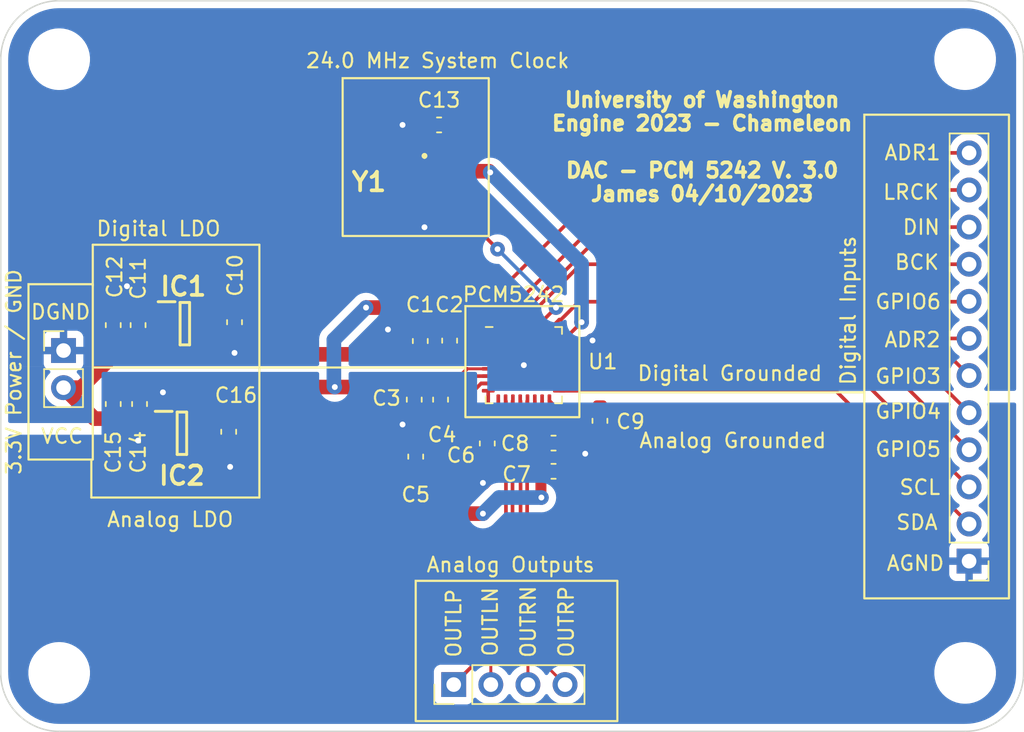
<source format=kicad_pcb>
(kicad_pcb (version 20211014) (generator pcbnew)
  (layers (0 "F.Cu" signal) (31 "B.Cu" signal) (34 "B.Paste" user) (35 "F.Paste" user) (36 "B.SilkS" user "B.Silkscreen") (37 "F.SilkS" user "F.Silkscreen") (38 "B.Mask" user) (39 "F.Mask" user) (44 "Edge.Cuts" user))
  (net 0 "")
  (net 1 "AVDD")
  (net 2 "GND")
  (net 3 "DVDD")
  (net 4 "Net-(C6-Pad1)")
  (net 5 "VCC")
  (net 8 "/OUTLP")
  (net 9 "/OUTLN")
  (net 10 "/OUTRN")
  (net 11 "/OUTRP")
  (net 12 "/SDA")
  (net 13 "/SCL")
  (net 14 "/GPIO5")
  (net 15 "/GPIO4")
  (net 16 "/GPIO3")
  (net 17 "/ADR2")
  (net 18 "/GPIO6")
  (net 19 "/BCK")
  (net 20 "/DIN")
  (net 21 "/LRCK")
  (net 22 "/ADR1")
  (net 23 "/No Connect")
  (net 24 "SCK")
  (net 25 "Net-(C5-Pad1)")
  (net 26 "Net-(C5-Pad2)")
  (net 27 "Net-(C9-Pad1)")
  (footprint "Connector_PinHeader_2.54mm:PinHeader_1x12_P2.54mm_Vertical" (layer "F.Cu") (at 149.27 119.3525 180)
    (fp_text reference "J2" hide)
    (fp_text value "Conn_01x12_Male" hide)
    (fp_line (start -1.33 -1.33) (end 0 -1.33) (layer "F.SilkS") (width 0.12))
    (fp_line (start -1.33 1.27) (end -1.33 29.27) (layer "F.SilkS") (width 0.12))
    (fp_line (start -1.33 29.27) (end 1.33 29.27) (layer "F.SilkS") (width 0.12))
    (fp_line (start -1.33 0) (end -1.33 -1.33) (layer "F.SilkS") (width 0.12))
    (fp_line (start 1.33 1.27) (end 1.33 29.27) (layer "F.SilkS") (width 0.12))
    (fp_line (start -1.33 1.27) (end 1.33 1.27) (layer "F.SilkS") (width 0.12))
    (pad "1" thru_hole rect (at 0 0 180) (size 1.7 1.7) (drill 1) (layers *.Cu *.Mask) (net 2 "GND"))
    (pad "2" thru_hole oval (at 0 2.54 180) (size 1.7 1.7) (drill 1) (layers *.Cu *.Mask) (net 12 "/SDA"))
    (pad "3" thru_hole oval (at 0 5.08 180) (size 1.7 1.7) (drill 1) (layers *.Cu *.Mask) (net 13 "/SCL"))
    (pad "4" thru_hole oval (at 0 7.62 180) (size 1.7 1.7) (drill 1) (layers *.Cu *.Mask) (net 14 "/GPIO5"))
    (pad "5" thru_hole oval (at 0 10.16 180) (size 1.7 1.7) (drill 1) (layers *.Cu *.Mask) (net 15 "/GPIO4"))
    (pad "6" thru_hole oval (at 0 12.7 180) (size 1.7 1.7) (drill 1) (layers *.Cu *.Mask) (net 16 "/GPIO3"))
    (pad "7" thru_hole oval (at 0 15.24 180) (size 1.7 1.7) (drill 1) (layers *.Cu *.Mask) (net 17 "/ADR2"))
    (pad "8" thru_hole oval (at 0 17.78 180) (size 1.7 1.7) (drill 1) (layers *.Cu *.Mask) (net 18 "/GPIO6"))
    (pad "9" thru_hole oval (at 0 20.32 180) (size 1.7 1.7) (drill 1) (layers *.Cu *.Mask) (net 19 "/BCK"))
    (pad "10" thru_hole oval (at 0 22.86 180) (size 1.7 1.7) (drill 1) (layers *.Cu *.Mask) (net 20 "/DIN"))
    (pad "11" thru_hole oval (at 0 25.4 180) (size 1.7 1.7) (drill 1) (layers *.Cu *.Mask) (net 21 "/LRCK"))
    (pad "12" thru_hole oval (at 0 27.94 180) (size 1.7 1.7) (drill 1) (layers *.Cu *.Mask) (net 22 "/ADR1"))
  )
  (footprint "Capacitor_SMD:C_0603_1608Metric_Pad1.08x0.95mm_HandSolder" (layer "F.Cu") (at 99 103 90)
    (fp_text reference "C10" (at 3.2 0.0402 270) (layer "F.SilkS"))
    (fp_text value "1uF")
    (fp_line (start -0.146267 -0.51) (end 0.146267 -0.51) (layer "F.SilkS") (width 0.12))
    (fp_line (start -0.146267 0.51) (end 0.146267 0.51) (layer "F.SilkS") (width 0.12))
    (pad "1" smd roundrect (at -0.8625 0 90) (size 1.075 0.95) (layers "F.Cu" "F.Paste" "F.Mask") (net 2 "GND"))
    (pad "2" smd roundrect (at 0.8625 0 90) (size 1.075 0.95) (layers "F.Cu" "F.Paste" "F.Mask") (net 3 "DVDD"))
  )
  (footprint "custom_lib:ASE24000MHZET" (layer "F.Cu") (at 113 93.7184 -90)
    (fp_text reference "Y1" (at -0.3184 4.8 -180) (layer "F.SilkS") (effects (font (size 1.27 1.27) (thickness 0.254))))
    (fp_text value "ASE-24.000MHZ-ET" hide)
    (fp_line (start -2.2 1) (end -2.2 1) (layer "F.SilkS") (width 0.2))
    (fp_line (start -2 1) (end -2 1) (layer "F.SilkS") (width 0.2))
    (fp_arc (start -2.2 1) (mid -2.1 0.9) (end -2 1) (layer "F.SilkS") (width 0.2))
    (fp_arc (start -2 1) (mid -2.1 1.1) (end -2.2 1) (layer "F.SilkS") (width 0.2))
    (pad "1" smd rect (at -1.05 0.825) (size 1.1 1.3) (layers "F.Cu" "F.Paste" "F.Mask") (net 3 "DVDD"))
    (pad "2" smd rect (at 1.05 0.825) (size 1.1 1.3) (layers "F.Cu" "F.Paste" "F.Mask") (net 2 "GND"))
    (pad "3" smd rect (at 1.05 -0.825) (size 1.1 1.3) (layers "F.Cu" "F.Paste" "F.Mask") (net 24 "SCK"))
    (pad "4" smd rect (at -1.05 -0.825) (size 1.1 1.3) (layers "F.Cu" "F.Paste" "F.Mask") (net 3 "DVDD"))
  )
  (footprint "Capacitor_SMD:C_0603_1608Metric_Pad1.08x0.95mm_HandSolder" (layer "F.Cu") (at 113 89.5 180)
    (fp_text reference "C13" (at 0 1.7) (layer "F.SilkS"))
    (fp_text value ".01uF")
    (fp_line (start -0.146267 -0.51) (end 0.146267 -0.51) (layer "F.SilkS") (width 0.12))
    (fp_line (start -0.146267 0.51) (end 0.146267 0.51) (layer "F.SilkS") (width 0.12))
    (pad "1" smd roundrect (at -0.8625 0 180) (size 1.075 0.95) (layers "F.Cu" "F.Paste" "F.Mask") (net 3 "DVDD"))
    (pad "2" smd roundrect (at 0.8625 0 180) (size 1.075 0.95) (layers "F.Cu" "F.Paste" "F.Mask") (net 2 "GND"))
  )
  (footprint "MountingHole:MountingHole_3.2mm_M3" (layer "F.Cu") (at 87 85)
    (fp_text reference "REF**" hide)
    (fp_text value "MountingHole_3.2mm_M3" hide)
    (pad "" np_thru_hole circle (at 0 0) (size 3.2 3.2) (drill 3.2) (layers *.Cu *.Mask))
  )
  (footprint "custom_lib:SOT95P280X145-5N" (layer "F.Cu") (at 95.6 103.1)
    (fp_text reference "IC1" (at -0.105 -2.5442) (layer "F.SilkS") (effects (font (size 1.27 1.27) (thickness 0.254))))
    (fp_text value "NCP163ASN330T1G" hide)
    (fp_line (start 0.325 1.45) (end -0.325 1.45) (layer "F.SilkS") (width 0.2))
    (fp_line (start -0.325 -1.45) (end 0.325 -1.45) (layer "F.SilkS") (width 0.2))
    (fp_line (start 0.325 -1.45) (end 0.325 1.45) (layer "F.SilkS") (width 0.2))
    (fp_line (start -0.325 1.45) (end -0.325 -1.45) (layer "F.SilkS") (width 0.2))
    (fp_line (start -1.825 -1.5) (end -0.675 -1.5) (layer "F.SilkS") (width 0.2))
    (pad "1" smd rect (at -1.25 -0.95 90) (size 0.6 1.15) (layers "F.Cu" "F.Paste" "F.Mask") (net 5 "VCC"))
    (pad "2" smd rect (at -1.25 0 90) (size 0.6 1.15) (layers "F.Cu" "F.Paste" "F.Mask") (net 2 "GND"))
    (pad "3" smd rect (at -1.25 0.95 90) (size 0.6 1.15) (layers "F.Cu" "F.Paste" "F.Mask") (net 5 "VCC"))
    (pad "4" smd rect (at 1.25 0.95 90) (size 0.6 1.15) (layers "F.Cu" "F.Paste" "F.Mask"))
    (pad "5" smd rect (at 1.25 -0.95 90) (size 0.6 1.15) (layers "F.Cu" "F.Paste" "F.Mask") (net 3 "DVDD"))
  )
  (footprint "MountingHole:MountingHole_3.2mm_M3" (layer "F.Cu") (at 87 127)
    (fp_text reference "REF**" hide)
    (fp_text value "MountingHole_3.2mm_M3" hide)
    (pad "" np_thru_hole circle (at 0 0) (size 3.2 3.2) (drill 3.2) (layers F&B.Cu *.Mask))
  )
  (footprint "Capacitor_SMD:C_0603_1608Metric_Pad1.08x0.95mm_HandSolder" (layer "F.Cu") (at 92.4 103.2 90)
    (fp_text reference "C11" (at 3.2 0 90) (layer "F.SilkS"))
    (fp_text value "0.1uF")
    (fp_line (start -0.146267 -0.51) (end 0.146267 -0.51) (layer "F.SilkS") (width 0.12))
    (fp_line (start -0.146267 0.51) (end 0.146267 0.51) (layer "F.SilkS") (width 0.12))
    (pad "1" smd roundrect (at -0.8625 0 90) (size 1.075 0.95) (layers "F.Cu" "F.Paste" "F.Mask") (net 5 "VCC"))
    (pad "2" smd roundrect (at 0.8625 0 90) (size 1.075 0.95) (layers "F.Cu" "F.Paste" "F.Mask") (net 2 "GND"))
  )
  (footprint "Capacitor_SMD:C_0603_1608Metric_Pad1.08x0.95mm_HandSolder" (layer "F.Cu") (at 111.7134 104.289 -90)
    (fp_text reference "C1" (at -2.489 0.0134 180) (layer "F.SilkS"))
    (fp_text value "10uF")
    (fp_line (start -0.146267 0.51) (end 0.146267 0.51) (layer "F.SilkS") (width 0.12))
    (fp_line (start -0.146267 -0.51) (end 0.146267 -0.51) (layer "F.SilkS") (width 0.12))
    (pad "1" smd roundrect (at -0.8625 0 270) (size 1.075 0.95) (layers "F.Cu" "F.Paste" "F.Mask") (net 2 "GND"))
    (pad "2" smd roundrect (at 0.8625 0 270) (size 1.075 0.95) (layers "F.Cu" "F.Paste" "F.Mask") (net 3 "DVDD"))
  )
  (footprint "Connector_PinHeader_2.54mm:PinHeader_1x02_P2.54mm_Vertical" (layer "F.Cu") (at 87.298 104.94)
    (fp_text reference "J3" hide)
    (fp_text value "d" hide)
    (fp_line (start -1.33 1.27) (end -1.33 3.87) (layer "F.SilkS") (width 0.12))
    (fp_line (start -1.33 -1.33) (end 0 -1.33) (layer "F.SilkS") (width 0.12))
    (fp_line (start -1.33 3.87) (end 1.33 3.87) (layer "F.SilkS") (width 0.12))
    (fp_line (start 1.33 1.27) (end 1.33 3.87) (layer "F.SilkS") (width 0.12))
    (fp_line (start -1.33 1.27) (end 1.33 1.27) (layer "F.SilkS") (width 0.12))
    (fp_line (start -1.33 0) (end -1.33 -1.33) (layer "F.SilkS") (width 0.12))
    (pad "1" thru_hole rect (at 0 0) (size 1.7 1.7) (drill 1) (layers *.Cu *.Mask) (net 2 "GND"))
    (pad "2" thru_hole oval (at 0 2.54) (size 1.7 1.7) (drill 1) (layers *.Cu *.Mask) (net 5 "VCC"))
  )
  (footprint "Capacitor_SMD:C_0603_1608Metric_Pad1.08x0.95mm_HandSolder" (layer "F.Cu") (at 90.7 108.6 90)
    (fp_text reference "C15" (at -3.3 0 270) (layer "F.SilkS"))
    (fp_text value "10uF")
    (fp_line (start -0.146267 0.51) (end 0.146267 0.51) (layer "F.SilkS") (width 0.12))
    (fp_line (start -0.146267 -0.51) (end 0.146267 -0.51) (layer "F.SilkS") (width 0.12))
    (pad "1" smd roundrect (at -0.8625 0 90) (size 1.075 0.95) (layers "F.Cu" "F.Paste" "F.Mask") (net 5 "VCC"))
    (pad "2" smd roundrect (at 0.8625 0 90) (size 1.075 0.95) (layers "F.Cu" "F.Paste" "F.Mask") (net 2 "GND"))
  )
  (footprint "Capacitor_SMD:C_0603_1608Metric_Pad1.08x0.95mm_HandSolder" (layer "F.Cu") (at 113.72 104.2625 90)
    (fp_text reference "C2" (at 2.4625 -0.02 180) (layer "F.SilkS"))
    (fp_text value "0.1uF")
    (fp_line (start -0.146267 -0.51) (end 0.146267 -0.51) (layer "F.SilkS") (width 0.12))
    (fp_line (start -0.146267 0.51) (end 0.146267 0.51) (layer "F.SilkS") (width 0.12))
    (pad "1" smd roundrect (at -0.8625 0 90) (size 1.075 0.95) (layers "F.Cu" "F.Paste" "F.Mask") (net 3 "DVDD"))
    (pad "2" smd roundrect (at 0.8625 0 90) (size 1.075 0.95) (layers "F.Cu" "F.Paste" "F.Mask") (net 2 "GND"))
  )
  (footprint "Capacitor_SMD:C_0603_1608Metric_Pad1.08x0.95mm_HandSolder" (layer "F.Cu") (at 120.832 111.274)
    (fp_text reference "C8" (at -2.632 0.026) (layer "F.SilkS"))
    (fp_text value "0.1uF")
    (fp_line (start -0.146267 0.51) (end 0.146267 0.51) (layer "F.SilkS") (width 0.12))
    (fp_line (start -0.146267 -0.51) (end 0.146267 -0.51) (layer "F.SilkS") (width 0.12))
    (pad "1" smd roundrect (at -0.8625 0) (size 1.075 0.95) (layers "F.Cu" "F.Paste" "F.Mask") (net 1 "AVDD"))
    (pad "2" smd roundrect (at 0.8625 0) (size 1.075 0.95) (layers "F.Cu" "F.Paste" "F.Mask") (net 2 "GND"))
  )
  (footprint "custom_lib:SOT95P280X145-5N" (layer "F.Cu") (at 95.4 110.6)
    (fp_text reference "IC2" (at 0 2.9) (layer "F.SilkS") (effects (font (size 1.27 1.27) (thickness 0.254))))
    (fp_text value "NCP163ASN330T1G" hide)
    (fp_line (start -1.825 -1.5) (end -0.675 -1.5) (layer "F.SilkS") (width 0.2))
    (fp_line (start 0.325 -1.45) (end 0.325 1.45) (layer "F.SilkS") (width 0.2))
    (fp_line (start -0.325 -1.45) (end 0.325 -1.45) (layer "F.SilkS") (width 0.2))
    (fp_line (start -0.325 1.45) (end -0.325 -1.45) (layer "F.SilkS") (width 0.2))
    (fp_line (start 0.325 1.45) (end -0.325 1.45) (layer "F.SilkS") (width 0.2))
    (pad "1" smd rect (at -1.25 -0.95 90) (size 0.6 1.15) (layers "F.Cu" "F.Paste" "F.Mask") (net 5 "VCC"))
    (pad "2" smd rect (at -1.25 0 90) (size 0.6 1.15) (layers "F.Cu" "F.Paste" "F.Mask") (net 2 "GND"))
    (pad "3" smd rect (at -1.25 0.95 90) (size 0.6 1.15) (layers "F.Cu" "F.Paste" "F.Mask") (net 5 "VCC"))
    (pad "4" smd rect (at 1.25 0.95 90) (size 0.6 1.15) (layers "F.Cu" "F.Paste" "F.Mask"))
    (pad "5" smd rect (at 1.25 -0.95 90) (size 0.6 1.15) (layers "F.Cu" "F.Paste" "F.Mask") (net 1 "AVDD"))
  )
  (footprint "Capacitor_SMD:C_0603_1608Metric_Pad1.08x0.95mm_HandSolder" (layer "F.Cu") (at 111.4 112.2 -90)
    (fp_text reference "C5" (at 2.6 0 180) (layer "F.SilkS"))
    (fp_text value "2.2uF")
    (fp_line (start -0.146267 -0.51) (end 0.146267 -0.51) (layer "F.SilkS") (width 0.12))
    (fp_line (start -0.146267 0.51) (end 0.146267 0.51) (layer "F.SilkS") (width 0.12))
    (pad "1" smd roundrect (at -0.8625 0 270) (size 1.075 0.95) (layers "F.Cu" "F.Paste" "F.Mask") (net 25 "Net-(C5-Pad1)"))
    (pad "2" smd roundrect (at 0.8625 0 270) (size 1.075 0.95) (layers "F.Cu" "F.Paste" "F.Mask") (net 26 "Net-(C5-Pad2)"))
  )
  (footprint "Capacitor_SMD:C_0603_1608Metric_Pad1.08x0.95mm_HandSolder" (layer "F.Cu") (at 113.1 108.3 -90)
    (fp_text reference "C4" (at 2.4 -0.1 180) (layer "F.SilkS"))
    (fp_text value "0.1uF")
    (fp_line (start -0.146267 0.51) (end 0.146267 0.51) (layer "F.SilkS") (width 0.12))
    (fp_line (start -0.146267 -0.51) (end 0.146267 -0.51) (layer "F.SilkS") (width 0.12))
    (pad "1" smd roundrect (at -0.8625 0 270) (size 1.075 0.95) (layers "F.Cu" "F.Paste" "F.Mask") (net 1 "AVDD"))
    (pad "2" smd roundrect (at 0.8625 0 270) (size 1.075 0.95) (layers "F.Cu" "F.Paste" "F.Mask") (net 2 "GND"))
  )
  (footprint "Capacitor_SMD:C_0603_1608Metric_Pad1.08x0.95mm_HandSolder" (layer "F.Cu") (at 90.7 103.2 90)
    (fp_text reference "C12" (at 3.3 0.1 90) (layer "F.SilkS"))
    (fp_text value "10uF")
    (fp_line (start -0.146267 -0.51) (end 0.146267 -0.51) (layer "F.SilkS") (width 0.12))
    (fp_line (start -0.146267 0.51) (end 0.146267 0.51) (layer "F.SilkS") (width 0.12))
    (pad "1" smd roundrect (at -0.8625 0 90) (size 1.075 0.95) (layers "F.Cu" "F.Paste" "F.Mask") (net 5 "VCC"))
    (pad "2" smd roundrect (at 0.8625 0 90) (size 1.075 0.95) (layers "F.Cu" "F.Paste" "F.Mask") (net 2 "GND"))
  )
  (footprint "Capacitor_SMD:C_0603_1608Metric_Pad1.08x0.95mm_HandSolder" (layer "F.Cu") (at 120.832 113.2044)
    (fp_text reference "C7" (at -2.532 0.1956) (layer "F.SilkS"))
    (fp_text value "10uF")
    (fp_line (start -0.146267 0.51) (end 0.146267 0.51) (layer "F.SilkS") (width 0.12))
    (fp_line (start -0.146267 -0.51) (end 0.146267 -0.51) (layer "F.SilkS") (width 0.12))
    (pad "1" smd roundrect (at -0.8625 0) (size 1.075 0.95) (layers "F.Cu" "F.Paste" "F.Mask") (net 1 "AVDD"))
    (pad "2" smd roundrect (at 0.8625 0) (size 1.075 0.95) (layers "F.Cu" "F.Paste" "F.Mask") (net 2 "GND"))
  )
  (footprint "Capacitor_SMD:C_0603_1608Metric_Pad1.08x0.95mm_HandSolder" (layer "F.Cu") (at 98.6 110.5 90)
    (fp_text reference "C16" (at 2.5 0.5 180) (layer "F.SilkS"))
    (fp_text value "1uF")
    (fp_line (start -0.146267 0.51) (end 0.146267 0.51) (layer "F.SilkS") (width 0.12))
    (fp_line (start -0.146267 -0.51) (end 0.146267 -0.51) (layer "F.SilkS") (width 0.12))
    (pad "1" smd roundrect (at -0.8625 0 90) (size 1.075 0.95) (layers "F.Cu" "F.Paste" "F.Mask") (net 2 "GND"))
    (pad "2" smd roundrect (at 0.8625 0 90) (size 1.075 0.95) (layers "F.Cu" "F.Paste" "F.Mask") (net 1 "AVDD"))
  )
  (footprint "Capacitor_SMD:C_0603_1608Metric_Pad1.08x0.95mm_HandSolder" (layer "F.Cu") (at 116.298 111.2994 -90)
    (fp_text reference "C6" (at 0.8006 1.798 180) (layer "F.SilkS"))
    (fp_text value "2.2uF")
    (fp_line (start -0.146267 -0.51) (end 0.146267 -0.51) (layer "F.SilkS") (width 0.12))
    (fp_line (start -0.146267 0.51) (end 0.146267 0.51) (layer "F.SilkS") (width 0.12))
    (pad "1" smd roundrect (at -0.8625 0 270) (size 1.075 0.95) (layers "F.Cu" "F.Paste" "F.Mask") (net 4 "Net-(C6-Pad1)"))
    (pad "2" smd roundrect (at 0.8625 0 270) (size 1.075 0.95) (layers "F.Cu" "F.Paste" "F.Mask") (net 2 "GND"))
  )
  (footprint "MountingHole:MountingHole_3.2mm_M3" (layer "F.Cu") (at 149 127)
    (fp_text reference "REF**" hide)
    (fp_text value "MountingHole_3.2mm_M3" hide)
    (pad "" np_thru_hole circle (at 0 0) (size 3.2 3.2) (drill 3.2) (layers F&B.Cu *.Mask))
  )
  (footprint "Capacitor_SMD:C_0603_1608Metric_Pad1.08x0.95mm_HandSolder" (layer "F.Cu") (at 92.5 108.6 90)
    (fp_text reference "C14" (at -3.3 -0.1 270) (layer "F.SilkS"))
    (fp_text value "0.1uF")
    (fp_line (start -0.146267 -0.51) (end 0.146267 -0.51) (layer "F.SilkS") (width 0.12))
    (fp_line (start -0.146267 0.51) (end 0.146267 0.51) (layer "F.SilkS") (width 0.12))
    (pad "1" smd roundrect (at -0.8625 0 90) (size 1.075 0.95) (layers "F.Cu" "F.Paste" "F.Mask") (net 5 "VCC"))
    (pad "2" smd roundrect (at 0.8625 0 90) (size 1.075 0.95) (layers "F.Cu" "F.Paste" "F.Mask") (net 2 "GND"))
  )
  (footprint "Connector_PinHeader_2.54mm:PinHeader_1x04_P2.54mm_Vertical" (layer "F.Cu") (at 114 127.8 90)
    (fp_text reference "J1" hide)
    (fp_text value "Conn_01x04_Male" hide)
    (fp_line (start -1.33 1.27) (end 1.33 1.27) (layer "F.SilkS") (width 0.12))
    (fp_line (start -1.33 -1.33) (end 0 -1.33) (layer "F.SilkS") (width 0.12))
    (fp_line (start 1.33 1.27) (end 1.33 8.95) (layer "F.SilkS") (width 0.12))
    (fp_line (start -1.33 1.27) (end -1.33 8.95) (layer "F.SilkS") (width 0.12))
    (fp_line (start -1.33 0) (end -1.33 -1.33) (layer "F.SilkS") (width 0.12))
    (fp_line (start -1.33 8.95) (end 1.33 8.95) (layer "F.SilkS") (width 0.12))
    (pad "1" thru_hole rect (at 0 0 90) (size 1.7 1.7) (drill 1) (layers *.Cu *.Mask) (net 8 "/OUTLP"))
    (pad "2" thru_hole oval (at 0 2.54 90) (size 1.7 1.7) (drill 1) (layers *.Cu *.Mask) (net 9 "/OUTLN"))
    (pad "3" thru_hole oval (at 0 5.08 90) (size 1.7 1.7) (drill 1) (layers *.Cu *.Mask) (net 10 "/OUTRN"))
    (pad "4" thru_hole oval (at 0 7.62 90) (size 1.7 1.7) (drill 1) (layers *.Cu *.Mask) (net 11 "/OUTRP"))
  )
  (footprint "MountingHole:MountingHole_3.2mm_M3" (layer "F.Cu") (at 149 85)
    (fp_text reference "REF**" hide)
    (fp_text value "MountingHole_3.2mm_M3" hide)
    (pad "" np_thru_hole circle (at 0 0) (size 3.2 3.2) (drill 3.2) (layers F&B.Cu *.Mask))
  )
  (footprint "Capacitor_SMD:C_0603_1608Metric_Pad1.08x0.95mm_HandSolder" (layer "F.Cu") (at 124.007 109.75 -90)
    (fp_text reference "C9" (at 0.05 -2.093 180) (layer "F.SilkS"))
    (fp_text value "1uF")
    (fp_line (start -0.146267 -0.51) (end 0.146267 -0.51) (layer "F.SilkS") (width 0.12))
    (fp_line (start -0.146267 0.51) (end 0.146267 0.51) (layer "F.SilkS") (width 0.12))
    (pad "1" smd roundrect (at -0.8625 0 270) (size 1.075 0.95) (layers "F.Cu" "F.Paste" "F.Mask") (net 27 "Net-(C9-Pad1)"))
    (pad "2" smd roundrect (at 0.8625 0 270) (size 1.075 0.95) (layers "F.Cu" "F.Paste" "F.Mask") (net 2 "GND"))
  )
  (footprint "Capacitor_SMD:C_0603_1608Metric_Pad1.08x0.95mm_HandSolder" (layer "F.Cu") (at 111.3 108.3 -90)
    (fp_text reference "C3" (at -0.1 1.9 180) (layer "F.SilkS"))
    (fp_text value "2.2uF")
    (fp_line (start -0.146267 -0.51) (end 0.146267 -0.51) (layer "F.SilkS") (width 0.12))
    (fp_line (start -0.146267 0.51) (end 0.146267 0.51) (layer "F.SilkS") (width 0.12))
    (pad "1" smd roundrect (at -0.8625 0 270) (size 1.075 0.95) (layers "F.Cu" "F.Paste" "F.Mask") (net 1 "AVDD"))
    (pad "2" smd roundrect (at 0.8625 0 270) (size 1.075 0.95) (layers "F.Cu" "F.Paste" "F.Mask") (net 2 "GND"))
  )
  (footprint "Package_DFN_QFN:HVQFN-32-1EP_5x5mm_P0.5mm_EP3.1x3.1mm" (layer "F.Cu") (at 118.8 105.94)
    (fp_text reference "U1" (at 5.4 -0.24) (layer "F.SilkS"))
    (fp_text value "PCM5242")
    (fp_line (start -2.135 2.61) (end -2.61 2.61) (layer "F.SilkS") (width 0.12))
    (fp_line (start 2.61 2.61) (end 2.61 2.135) (layer "F.SilkS") (width 0.12))
    (fp_line (start 2.135 2.61) (end 2.61 2.61) (layer "F.SilkS") (width 0.12))
    (fp_line (start -2.61 2.61) (end -2.61 2.135) (layer "F.SilkS") (width 0.12))
    (fp_line (start 2.135 -2.61) (end 2.61 -2.61) (layer "F.SilkS") (width 0.12))
    (fp_line (start 2.61 -2.61) (end 2.61 -2.135) (layer "F.SilkS") (width 0.12))
    (fp_line (start -2.135 -2.61) (end -2.61 -2.61) (layer "F.SilkS") (width 0.12))
    (pad "1" smd roundrect (at -2.4375 -1.75) (size 0.875 0.25) (layers "F.Cu" "F.Paste" "F.Mask") (net 1 "AVDD"))
    (pad "2" smd roundrect (at -2.4375 -1.25) (size 0.875 0.25) (layers "F.Cu" "F.Paste" "F.Mask") (net 23 "/No Connect"))
    (pad "3" smd roundrect (at -2.4375 -0.75) (size 0.875 0.25) (layers "F.Cu" "F.Paste" "F.Mask") (net 2 "GND"))
    (pad "4" smd roundrect (at -2.4375 -0.25) (size 0.875 0.25) (layers "F.Cu" "F.Paste" "F.Mask") (net 3 "DVDD"))
    (pad "5" smd roundrect (at -2.4375 0.25) (size 0.875 0.25) (layers "F.Cu" "F.Paste" "F.Mask") (net 1 "AVDD"))
    (pad "6" smd roundrect (at -2.4375 0.75) (size 0.875 0.25) (layers "F.Cu" "F.Paste" "F.Mask") (net 25 "Net-(C5-Pad1)"))
    (pad "7" smd roundrect (at -2.4375 1.25) (size 0.875 0.25) (layers "F.Cu" "F.Paste" "F.Mask") (net 2 "GND"))
    (pad "8" smd roundrect (at -2.4375 1.75) (size 0.875 0.25) (layers "F.Cu" "F.Paste" "F.Mask") (net 26 "Net-(C5-Pad2)"))
    (pad "9" smd roundrect (at -1.75 2.4375) (size 0.25 0.875) (layers "F.Cu" "F.Paste" "F.Mask") (net 4 "Net-(C6-Pad1)"))
    (pad "10" smd roundrect (at -1.25 2.4375) (size 0.25 0.875) (layers "F.Cu" "F.Paste" "F.Mask") (net 8 "/OUTLP"))
    (pad "11" smd roundrect (at -0.75 2.4375) (size 0.25 0.875) (layers "F.Cu" "F.Paste" "F.Mask") (net 9 "/OUTLN"))
    (pad "12" smd roundrect (at -0.25 2.4375) (size 0.25 0.875) (layers "F.Cu" "F.Paste" "F.Mask") (net 10 "/OUTRN"))
    (pad "13" smd roundrect (at 0.25 2.4375) (size 0.25 0.875) (layers "F.Cu" "F.Paste" "F.Mask") (net 11 "/OUTRP"))
    (pad "14" smd roundrect (at 0.75 2.4375) (size 0.25 0.875) (layers "F.Cu" "F.Paste" "F.Mask") (net 1 "AVDD"))
    (pad "15" smd roundrect (at 1.25 2.4375) (size 0.25 0.875) (layers "F.Cu" "F.Paste" "F.Mask") (net 2 "GND"))
    (pad "16" smd roundrect (at 1.75 2.4375) (size 0.25 0.875) (layers "F.Cu" "F.Paste" "F.Mask") (net 27 "Net-(C9-Pad1)"))
    (pad "17" smd roundrect (at 2.4375 1.75) (size 0.875 0.25) (layers "F.Cu" "F.Paste" "F.Mask") (net 12 "/SDA"))
    (pad "18" smd roundrect (at 2.4375 1.25) (size 0.875 0.25) (layers "F.Cu" "F.Paste" "F.Mask") (net 13 "/SCL"))
    (pad "19" smd roundrect (at 2.4375 0.75) (size 0.875 0.25) (layers "F.Cu" "F.Paste" "F.Mask") (net 14 "/GPIO5"))
    (pad "20" smd roundrect (at 2.4375 0.25) (size 0.875 0.25) (layers "F.Cu" "F.Paste" "F.Mask") (net 15 "/GPIO4"))
    (pad "21" smd roundrect (at 2.4375 -0.25) (size 0.875 0.25) (layers "F.Cu" "F.Paste" "F.Mask") (net 16 "/GPIO3"))
    (pad "22" smd roundrect (at 2.4375 -0.75) (size 0.875 0.25) (layers "F.Cu" "F.Paste" "F.Mask") (net 17 "/ADR2"))
    (pad "23" smd roundrect (at 2.4375 -1.25) (size 0.875 0.25) (layers "F.Cu" "F.Paste" "F.Mask") (net 2 "GND"))
    (pad "24" smd roundrect (at 2.4375 -1.75) (size 0.875 0.25) (layers "F.Cu" "F.Paste" "F.Mask") (net 3 "DVDD"))
    (pad "25" smd roundrect (at 1.75 -2.4375) (size 0.25 0.875) (layers "F.Cu" "F.Paste" "F.Mask") (net 18 "/GPIO6"))
    (pad "26" smd roundrect (at 1.25 -2.4375) (size 0.25 0.875) (layers "F.Cu" "F.Paste" "F.Mask") (net 24 "SCK"))
    (pad "27" smd roundrect (at 0.75 -2.4375) (size 0.25 0.875) (layers "F.Cu" "F.Paste" "F.Mask") (net 19 "/BCK"))
    (pad "28" smd roundrect (at 0.25 -2.4375) (size 0.25 0.875) (layers "F.Cu" "F.Paste" "F.Mask") (net 20 "/DIN"))
    (pad "29" smd roundrect (at -0.25 -2.4375) (size 0.25 0.875) (layers "F.Cu" "F.Paste" "F.Mask") (net 23 "/No Connect"))
    (pad "30" smd roundrect (at -0.75 -2.4375) (size 0.25 0.875) (layers "F.Cu" "F.Paste" "F.Mask") (net 23 "/No Connect"))
    (pad "31" smd roundrect (at -1.25 -2.4375) (size 0.25 0.875) (layers "F.Cu" "F.Paste" "F.Mask") (net 21 "/LRCK"))
    (pad "32" smd roundrect (at -1.75 -2.4375) (size 0.25 0.875) (layers "F.Cu" "F.Paste" "F.Mask") (net 22 "/ADR1"))
    (pad "33" smd rect (at 0 0) (size 3.1 3.1) (layers "F.Cu" "F.Mask") (net 2 "GND"))
  )
  (gr_rect (start 142.1 88.8) (end 152 121.9) (layer "F.SilkS") (width 0.15) (fill none))
  (gr_line (start 100.7 106.1) (end 100.7 115) (layer "F.SilkS") (width 0.15))
  (gr_line (start 114.7 106.1) (end 89.4 106.1) (layer "F.SilkS") (width 0.15))
  (gr_line (start 89.3 97.7) (end 89.3 100.5) (layer "F.SilkS") (width 0.15))
  (gr_rect (start 125.2 120.7) (end 111.4 130.3) (layer "F.SilkS") (width 0.15) (fill none))
  (gr_rect (start 122.6 101.9) (end 114.8 109.5) (layer "F.SilkS") (width 0.15) (fill none))
  (gr_rect (start 106.4 86.3) (end 116.4 97.1) (layer "F.SilkS") (width 0.15) (fill none))
  (gr_line (start 100.7 115) (end 89.2 115) (layer "F.SilkS") (width 0.15))
  (gr_line (start 100.7 106.1) (end 100.7 97.7) (layer "F.SilkS") (width 0.15))
  (gr_line (start 89.2 115) (end 89.2 112.4) (layer "F.SilkS") (width 0.15))
  (gr_rect (start 84.9 100.4) (end 89.3 112.4) (layer "F.SilkS") (width 0.15) (fill none))
  (gr_line (start 142.1 107.8) (end 122.6 107.8) (layer "F.SilkS") (width 0.15))
  (gr_line (start 100.7 97.7) (end 89.3 97.7) (layer "F.SilkS") (width 0.15))
  (gr_line (start 153 85) (end 153 127) (layer "Edge.Cuts") (width 0.1))
  (gr_arc (start 87 131) (mid 84.171573 129.828427) (end 83 127) (layer "Edge.Cuts") (width 0.1))
  (gr_arc (start 149 81) (mid 151.828427 82.171573) (end 153 85) (layer "Edge.Cuts") (width 0.1))
  (gr_line (start 83 127) (end 83 85) (layer "Edge.Cuts") (width 0.1))
  (gr_line (start 87 81) (end 149 81) (layer "Edge.Cuts") (width 0.1))
  (gr_line (start 149 131) (end 87 131) (layer "Edge.Cuts") (width 0.1))
  (gr_arc (start 153 127) (mid 151.828427 129.828427) (end 149 131) (layer "Edge.Cuts") (width 0.1))
  (gr_arc (start 83 85) (mid 84.171573 82.171573) (end 87 81) (layer "Edge.Cuts") (width 0.1))
  (gr_text "Analog Grounded" (at 133.1 111.1) (layer "F.SilkS") (effects (font (size 1 1))))
  (gr_text "Digital LDO" (at 93.8 96.6) (layer "F.SilkS") (effects (font (size 1 1))))
  (gr_text "GPIO6" (at 145.1 101.6) (layer "F.SilkS") (effects (font (size 1 1))))
  (gr_text "OUTLN\n" (at 116.5 123.5 90) (layer "F.SilkS") (effects (font (size 1 1))))
  (gr_text "Digital Grounded" (at 132.9 106.5) (layer "F.SilkS") (effects (font (size 1 1))))
  (gr_text "ADR1" (at 145.4 91.4) (layer "F.SilkS") (effects (font (size 1 1))))
  (gr_text "University of Washington\nEngine 2023 - Chameleon\n\nDAC - PCM 5242 V. 3.0\nJames 04/10/2023" (at 131 91) (layer "F.SilkS") (effects (font (size 1 1) (thickness 0.25))))
  (gr_text "VCC" (at 87.2 110.8) (layer "F.SilkS") (effects (font (size 1 1))))
  (gr_text "OUTRP\n" (at 121.7 123.5 90) (layer "F.SilkS") (effects (font (size 1 1))))
  (gr_text "Analog LDO" (at 94.6 116.5) (layer "F.SilkS") (effects (font (size 1 1))))
  (gr_text "GPIO3\n" (at 145.1 106.7) (layer "F.SilkS") (effects (font (size 1 1))))
  (gr_text "LRCK\n" (at 145.3 94.1) (layer "F.SilkS") (effects (font (size 1 1))))
  (gr_text "ADR2\n" (at 145.4 104.2) (layer "F.SilkS") (effects (font (size 1 1))))
  (gr_text "SDA\n" (at 145.7 116.7) (layer "F.SilkS") (effects (font (size 1 1))))
  (gr_text "Digital Inputs" (at 141 102.2 90) (layer "F.SilkS") (effects (font (size 1 1))))
  (gr_text "BCK\n" (at 145.7 98.9) (layer "F.SilkS") (effects (font (size 1 1))))
  (gr_text "Analog Outputs" (at 117.9 119.6) (layer "F.SilkS") (effects (font (size 1 1))))
  (gr_text "GPIO4\n" (at 145.1 109.1) (layer "F.SilkS") (effects (font (size 1 1))))
  (gr_text "3.3V Power / GND" (at 83.9 106.4 90) (layer "F.SilkS") (effects (font (size 1 1))))
  (gr_text "AGND" (at 145.6 119.5) (layer "F.SilkS") (effects (font (size 1 1))))
  (gr_text "DIN" (at 146 96.5) (layer "F.SilkS") (effects (font (size 1 1))))
  (gr_text "24.0 MHz System Clock" (at 112.9 85.1) (layer "F.SilkS") (effects (font (size 1 1))))
  (gr_text "SCL" (at 145.9 114.3) (layer "F.SilkS") (effects (font (size 1 1))))
  (gr_text "OUTLP" (at 114 123.6 90) (layer "F.SilkS") (effects (font (size 1 1))))
  (gr_text "PCM5242" (at 118.1 101.1) (layer "F.SilkS") (effects (font (size 1 1))))
  (gr_text "GPIO5\n" (at 145.1 111.7) (layer "F.SilkS") (effects (font (size 1 1))))
  (gr_text "OUTRN\n" (at 119.1 123.5 90) (layer "F.SilkS") (effects (font (size 1 1))))
  (gr_text "DGND" (at 87.1 102.3) (layer "F.SilkS") (effects (font (size 1 1))))
  (segment (start 119.9695 111.274) (end 119.9695 113.2044) (width 0.5) (layer "F.Cu") (net 1))
  (segment (start 116 116.1) (end 105.200825 116.1) (width 1) (layer "F.Cu") (net 1))
  (segment (start 113.1 107.4375) (end 113.0757 107.4132) (width 1) (layer "F.Cu") (net 1))
  (segment (start 119.55 109.55) (end 120 110) (width 0.25) (layer "F.Cu") (net 1))
  (segment (start 119.55 108.3775) (end 119.55 109.55) (width 0.25) (layer "F.Cu") (net 1))
  (segment (start 120 110) (end 120 111.2435) (width 0.5) (layer "F.Cu") (net 1))
  (segment (start 119.9695 113.2044) (end 119.9695 114.9695) (width 0.75) (layer "F.Cu") (net 1))
  (segment (start 100.8 107.4375) (end 98.6 109.6375) (width 1) (layer "F.Cu") (net 1))
  (segment (start 113.0757 107.4132) (end 111.815 107.4132) (width 1) (layer "F.Cu") (net 1))
  (segment (start 98.738325 109.6375) (end 98.6 109.6375) (width 1) (layer "F.Cu") (net 1))
  (segment (start 119.9695 114.9695) (end 120 115) (width 0.25) (layer "F.Cu") (net 1))
  (segment (start 114.1725 102) (end 116.3625 104.19) (width 0.25) (layer "F.Cu") (net 1))
  (segment (start 105.200825 116.1) (end 98.738325 109.6375) (width 1) (layer "F.Cu") (net 1))
  (segment (start 111.3 107.4375) (end 105.8625 107.4375) (width 1) (layer "F.Cu") (net 1))
  (segment (start 116.3625 106.19) (end 114.9178 106.19) (width 0.2) (layer "F.Cu") (net 1))
  (segment (start 108 102) (end 114.1725 102) (width 1) (layer "F.Cu") (net 1))
  (segment (start 120 111.2435) (end 119.9695 111.274) (width 0.5) (layer "F.Cu") (net 1))
  (segment (start 96.65 109.65) (end 98.5875 109.65) (width 1) (layer "F.Cu") (net 1))
  (segment (start 114.9178 106.19) (end 113.6703 107.4375) (width 0.25) (layer "F.Cu") (net 1))
  (segment (start 113.5 107.4375) (end 113.1 107.4375) (width 1) (layer "F.Cu") (net 1))
  (segment (start 98.5875 109.65) (end 98.6 109.6375) (width 1) (layer "F.Cu") (net 1))
  (segment (start 105.8625 107.4375) (end 100.8 107.4375) (width 1) (layer "F.Cu") (net 1))
  (segment (start 113.6703 107.4375) (end 113.5 107.4375) (width 0.25) (layer "F.Cu") (net 1))
  (segment (start 111.815 107.4132) (end 111.7642 107.464) (width 0.2) (layer "F.Cu") (net 1))
  (via (at 108 102) (size 1) (drill 0.4) (layers "F.Cu" "B.Cu") (net 1))
  (via (at 120 115) (size 1) (drill 0.4) (layers "F.Cu" "B.Cu") (net 1))
  (via (at 105.8625 107.4375) (size 1) (drill 0.4) (layers "F.Cu" "B.Cu") (net 1))
  (via (at 116 116.1) (size 1) (drill 0.4) (layers "F.Cu" "B.Cu") (net 1))
  (segment (start 105.8 104.2) (end 105.8 107.4) (width 1) (layer "B.Cu") (net 1))
  (segment (start 117.1 115) (end 116 116.1) (width 1) (layer "B.Cu") (net 1))
  (segment (start 120 115) (end 117.1 115) (width 1) (layer "B.Cu") (net 1))
  (segment (start 108 102) (end 105.8 104.2) (width 1) (layer "B.Cu") (net 1))
  (segment (start 111.7134 103.4265) (end 109.5735 103.4265) (width 1) (layer "F.Cu") (net 2))
  (segment (start 123.06 104.69) (end 123.5 104.25) (width 0.25) (layer "F.Cu") (net 2))
  (segment (start 93.1625 103.1) (end 92.4 102.3375) (width 0.75) (layer "F.Cu") (net 2))
  (segment (start 121.6945 111.274) (end 122.274 111.274) (width 1) (layer "F.Cu") (net 2))
  (segment (start 116.3625 107.19) (end 115.876992 107.19) (width 0.25) (layer "F.Cu") (net 2))
  (segment (start 109.5735 103.4265) (end 109.5 103.5) (width 1) (layer "F.Cu") (net 2))
  (segment (start 91.6375 102.3375) (end 91.6375 100.5375) (width 1) (layer "F.Cu") (net 2))
  (segment (start 121.7956 113.2044) (end 123 112) (width 1) (layer "F.Cu") (net 2))
  (segment (start 92.9 110.6) (end 92.4 111.1) (width 0.5) (layer "F.Cu") (net 2))
  (segment (start 112.1375 89.5) (end 110.5 89.5) (width 1) (layer "F.Cu") (net 2))
  (segment (start 124.007 110.6125) (end 124.007 110.993) (width 1) (layer "F.Cu") (net 2))
  (segment (start 115.1 104.7) (end 115.02 104.7) (width 0.5) (layer "F.Cu") (net 2))
  (segment (start 99 103.8625) (end 99 105.1) (width 1) (layer "F.Cu") (net 2))
  (segment (start 124.007 110.993) (end 123 112) (width 1) (layer "F.Cu") (net 2))
  (segment (start 113.1 109.1625) (end 111.7907 109.1625) (width 1) (layer "F.Cu") (net 2))
  (segment (start 114.55 109.681891) (end 112.031891 112.2) (width 0.25) (layer "F.Cu") (net 2))
  (segment (start 113.72 103.4) (end 111.7399 103.4) (width 1) (layer "F.Cu") (net 2))
  (segment (start 122.274 111.274) (end 123 112) (width 1) (layer "F.Cu") (net 2))
  (segment (start 91.6375 102.3375) (end 92.4 102.3375) (width 1) (layer "F.Cu") (net 2))
  (segment (start 112.031891 112.2) (end 110.929505 112.2) (width 0.25) (layer "F.Cu") (net 2))
  (segment (start 98.6 112.8) (end 98.7 112.9) (width 1) (layer "F.Cu") (net 2))
  (segment (start 115.876992 107.19) (end 114.55 108.516992) (width 0.25) (layer "F.Cu") (net 2))
  (segment (start 115.59 105.19) (end 115.1 104.7) (width 0.25) (layer "F.Cu") (net 2))
  (segment (start 94.35 103.1) (end 93.1625 103.1) (width 0.75) (layer "F.Cu") (net 2))
  (segment (start 94.15 110.6) (end 92.9 110.6) (width 0.5) (layer "F.Cu") (net 2))
  (segment (start 121.6945 113.2044) (end 121.7956 113.2044) (width 1) (layer "F.Cu") (net 2))
  (segment (start 120.05 108.863008) (end 121.6945 110.507508) (width 0.25) (layer "F.Cu") (net 2))
  (segment (start 112.175 96.325) (end 112 96.5) (width 1) (layer "F.Cu") (net 2))
  (segment (start 90.7 102.3375) (end 91.6375 102.3375) (width 1) (layer "F.Cu") (net 2))
  (segment (start 116.3625 105.19) (end 115.59 105.19) (width 0.25) (layer "F.Cu") (net 2))
  (segment (start 111.7907 109.1625) (end 111.7642 109.189) (width 1) (layer "F.Cu") (net 2))
  (segment (start 90.7 107.7375) (end 92.5 107.7375) (width 1) (layer "F.Cu") (net 2))
  (segment (start 116.298 112.1619) (end 116.298 113.702) (width 1) (layer "F.Cu") (net 2))
  (segment (start 111.311 109.189) (end 110.5 110) (width 1) (layer "F.Cu") (net 2))
  (segment (start 94.1 107.8) (end 94.0375 107.7375) (width 1) (layer "F.Cu") (net 2))
  (segment (start 111.7642 109.189) (end 111.311 109.189) (width 1) (layer "F.Cu") (net 2))
  (segment (start 114.55 108.516992) (end 114.55 109.681891) (width 0.25) (layer "F.Cu") (net 2))
  (segment (start 116.298 113.702) (end 116 114) (width 1) (layer "F.Cu") (net 2))
  (segment (start 121.6945 110.507508) (end 121.6945 111.274) (width 0.25) (layer "F.Cu") (net 2))
  (segment (start 111.7399 103.4) (end 111.7134 103.4265) (width 1) (layer "F.Cu") (net 2))
  (segment (start 110.5 111.770495) (end 110.5 110) (width 0.25) (layer "F.Cu") (net 2))
  (segment (start 110.929505 112.2) (end 110.5 111.770495) (width 0.25) (layer "F.Cu") (net 2))
  (segment (start 112.175 94.7684) (end 112.175 96.325) (width 1) (layer "F.Cu") (net 2))
  (segment (start 120.05 108.3775) (end 120.05 108.863008) (width 0.25) (layer "F.Cu") (net 2))
  (segment (start 115.02 104.7) (end 113.72 103.4) (width 0.5) (layer "F.Cu") (net 2))
  (segment (start 121.2375 104.69) (end 123.06 104.69) (width 0.25) (layer "F.Cu") (net 2))
  (segment (start 92.5 107.7375) (end 94.0375 107.7375) (width 1) (layer "F.Cu") (net 2))
  (segment (start 98.6 111.3625) (end 98.6 112.8) (width 1) (layer "F.Cu") (net 2))
  (via (at 98.7 112.9) (size 1) (drill 0.4) (layers "F.Cu" "B.Cu") (net 2))
  (via (at 92.4 111.1) (size 1) (drill 0.4) (layers "F.Cu" "B.Cu") (net 2))
  (via (at 112 96.5) (size 1) (drill 0.4) (layers "F.Cu" "B.Cu") (net 2))
  (via (at 123 112) (size 1) (drill 0.4) (layers "F.Cu" "B.Cu") (net 2))
  (via (at 116 114) (size 1) (drill 0.4) (layers "F.Cu" "B.Cu") (net 2))
  (via (at 123.5 104.25) (size 1) (drill 0.4) (layers "F.Cu" "B.Cu") (net 2))
  (via (at 99 105.1) (size 1) (drill 0.4) (layers "F.Cu" "B.Cu") (net 2))
  (via (at 91.6375 100.5375) (size 1) (drill 0.4) (layers "F.Cu" "B.Cu") (net 2))
  (via (at 110.5 110) (size 1) (drill 0.4) (layers "F.Cu" "B.Cu") (net 2))
  (via (at 94.1 107.8) (size 1) (drill 0.4) (layers "F.Cu" "B.Cu") (net 2))
  (via (at 110.5 89.5) (size 1) (drill 0.4) (layers "F.Cu" "B.Cu") (net 2))
  (via (at 118.8 105.94) (size 1) (drill 0.4) (layers "F.Cu" "B.Cu") (net 2))
  (via (at 109.5 103.5) (size 1) (drill 0.4) (layers "F.Cu" "B.Cu") (net 2))
  (segment (start 98.9875 102.15) (end 99 102.1375) (width 0.5) (layer "F.Cu") (net 3))
  (segment (start 111.7399 105.125) (end 111.7134 105.1515) (width 0.2) (layer "F.Cu") (net 3))
  (segment (start 116.5 92.75) (end 116.4184 92.6684) (width 0.25) (layer "F.Cu") (net 3))
  (segment (start 116.3625 105.69) (end 114.285 105.69) (width 0.25) (layer "F.Cu") (net 3))
  (segment (start 96.85 102.15) (end 98.9875 102.15) (width 1) (layer "F.Cu") (net 3))
  (segment (start 121.56 104.19) (end 122.75 103) (width 0.25) (layer "F.Cu") (net 3))
  (segment (start 112.175 92.6684) (end 108.4691 92.6684) (width 1) (layer "F.Cu") (net 3))
  (segment (start 113.72 105.125) (end 111.7399 105.125) (width 1) (layer "F.Cu") (net 3))
  (segment (start 114.285 105.69) (end 113.72 105.125) (width 0.5) (layer "F.Cu") (net 3))
  (segment (start 112.175 92.6684) (end 113.825 92.6684) (width 1) (layer "F.Cu") (net 3))
  (segment (start 113.8625 89.5) (end 113.8625 92.6309) (width 1) (layer "F.Cu") (net 3))
  (segment (start 121.2375 104.19) (end 121.56 104.19) (width 0.25) (layer "F.Cu") (net 3))
  (segment (start 111.7134 105.1515) (end 111.6649 105.2) (width 1) (layer "F.Cu") (net 3))
  (segment (start 102.5 105.2) (end 99.5 102.2) (width 1) (layer "F.Cu") (net 3))
  (segment (start 116.4184 92.6684) (end 113.825 92.6684) (width 1) (layer "F.Cu") (net 3))
  (segment (start 111.6649 105.2) (end 102.5 105.2) (width 1) (layer "F.Cu") (net 3))
  (segment (start 108.4691 92.6684) (end 99 102.1375) (width 1) (layer "F.Cu") (net 3))
  (segment (start 113.8625 92.6309) (end 113.825 92.6684) (width 1) (layer "F.Cu") (net 3))
  (via (at 122.75 103) (size 1) (drill 0.4) (layers "F.Cu" "B.Cu") (net 3))
  (via (at 116.5 92.75) (size 1) (drill 0.4) (layers "F.Cu" "B.Cu") (net 3))
  (segment (start 122.75 99) (end 116.5 92.75) (width 1) (layer "B.Cu") (net 3))
  (segment (start 122.75 103) (end 122.75 99) (width 1) (layer "B.Cu") (net 3))
  (segment (start 117.05 108.3775) (end 117.05 109.6849) (width 0.25) (layer "F.Cu") (net 4))
  (segment (start 117.05 109.6849) (end 116.298 110.4369) (width 0.25) (layer "F.Cu") (net 4))
  (segment (start 95 102.15) (end 94.35 102.15) (width 0.5) (layer "F.Cu") (net 5))
  (segment (start 89.418 109.6) (end 91.2 109.6) (width 1) (layer "F.Cu") (net 5))
  (segment (start 88.500081 107.48) (end 90.7 105.280081) (width 1) (layer "F.Cu") (net 5))
  (segment (start 95.5 111.025) (end 94.975 111.55) (width 0.5) (layer "F.Cu") (net 5))
  (segment (start 94.35 104.2) (end 95.1 104.2) (width 0.5) (layer "F.Cu") (net 5))
  (segment (start 95.375 103.925) (end 95.375 102.525) (width 0.5) (layer "F.Cu") (net 5))
  (segment (start 92.5 109.4625) (end 92.6375 109.6) (width 1) (layer "F.Cu") (net 5))
  (segment (start 92.4 104.0625) (end 92.5375 104.2) (width 1) (layer "F.Cu") (net 5))
  (segment (start 90.7 105.280081) (end 90.7 104.0625) (width 1) (layer "F.Cu") (net 5))
  (segment (start 94.975 111.55) (end 93.85 111.55) (width 0.5) (layer "F.Cu") (net 5))
  (segment (start 92.5375 104.2) (end 94.35 104.2) (width 1) (layer "F.Cu") (net 5))
  (segment (start 95.5 110.175) (end 95.5 111.025) (width 0.5) (layer "F.Cu") (net 5))
  (segment (start 92.6375 109.6) (end 94.15 109.6) (width 1) (layer "F.Cu") (net 5))
  (segment (start 95.1 104.2) (end 95.375 103.925) (width 0.5) (layer "F.Cu") (net 5))
  (segment (start 90.7 109.4625) (end 92.5 109.4625) (width 1) (layer "F.Cu") (net 5))
  (segment (start 95.375 102.525) (end 95 102.15) (width 0.5) (layer "F.Cu") (net 5))
  (segment (start 94.975 109.65) (end 95.5 110.175) (width 0.5) (layer "F.Cu") (net 5))
  (segment (start 93.8375 109.6625) (end 93.85 109.65) (width 0.5) (layer "F.Cu") (net 5))
  (segment (start 87.298 107.48) (end 88.500081 107.48) (width 1) (layer "F.Cu") (net 5))
  (segment (start 93.85 109.65) (end 94.975 109.65) (width 0.5) (layer "F.Cu") (net 5))
  (segment (start 87.298 107.48) (end 89.418 109.6) (width 1) (layer "F.Cu") (net 5))
  (segment (start 90.7 104.0625) (end 92.4 104.0625) (width 1) (layer "F.Cu") (net 5))
  (segment (start 93.1 109.6625) (end 93.8375 109.6625) (width 0.5) (layer "F.Cu") (net 5))
  (segment (start 117.574999 124.225001) (end 114 127.8) (width 0.25) (layer "F.Cu") (net 8))
  (segment (start 117.55 108.3775) (end 117.574999 108.402499) (width 0.2) (layer "F.Cu") (net 8))
  (segment (start 117.574999 108.402499) (end 117.574999 124.225001) (width 0.25) (layer "F.Cu") (net 8))
  (segment (start 116.54 125.896397) (end 116.54 127.8) (width 0.2) (layer "F.Cu") (net 9))
  (segment (start 118.05 108.3775) (end 118.025001 108.402499) (width 0.2) (layer "F.Cu") (net 9))
  (segment (start 118.025001 124.411396) (end 116.54 125.896397) (width 0.25) (layer "F.Cu") (net 9))
  (segment (start 118.025001 108.402499) (end 118.025001 124.411396) (width 0.25) (layer "F.Cu") (net 9))
  (segment (start 118.55 108.3775) (end 118.574999 108.402499) (width 0.2) (layer "F.Cu") (net 10))
  (segment (start 119.08 125.896397) (end 119.08 127.8) (width 0.2) (layer "F.Cu") (net 10))
  (segment (start 118.574999 125.391396) (end 119.08 125.896397) (width 0.2) (layer "F.Cu") (net 10))
  (segment (start 118.574999 108.402499) (end 118.574999 125.391396) (width 0.25) (layer "F.Cu") (net 10))
  (segment (start 119.05 108.3775) (end 119.025001 108.402499) (width 0.2) (layer "F.Cu") (net 11))
  (segment (start 119.025001 108.402499) (end 119.025001 125.205001) (width 0.25) (layer "F.Cu") (net 11))
  (segment (start 119.025001 125.205001) (end 121.62 127.8) (width 0.2) (layer "F.Cu") (net 11))
  (segment (start 121.2375 107.69) (end 140.1475 107.69) (width 0.25) (layer "F.Cu") (net 12))
  (segment (start 140.1475 107.69) (end 149.27 116.8125) (width 0.25) (layer "F.Cu") (net 12))
  (segment (start 142.1875 107.19) (end 149.27 114.2725) (width 0.25) (layer "F.Cu") (net 13))
  (segment (start 121.2375 107.19) (end 142.1875 107.19) (width 0.25) (layer "F.Cu") (net 13))
  (segment (start 121.2375 106.69) (end 144.2275 106.69) (width 0.25) (layer "F.Cu") (net 14))
  (segment (start 144.2275 106.69) (end 149.27 111.7325) (width 0.25) (layer "F.Cu") (net 14))
  (segment (start 121.2375 106.19) (end 146.2675 106.19) (width 0.25) (layer "F.Cu") (net 15))
  (segment (start 146.2675 106.19) (end 149.27 109.1925) (width 0.25) (layer "F.Cu") (net 15))
  (segment (start 148.3075 105.69) (end 149.27 106.6525) (width 0.25) (layer "F.Cu") (net 16))
  (segment (start 121.2375 105.69) (end 148.3075 105.69) (width 0.25) (layer "F.Cu") (net 16))
  (segment (start 126.3875 104.1125) (end 125.31 105.19) (width 0.25) (layer "F.Cu") (net 17))
  (segment (start 125.31 105.19) (end 121.2375 105.19) (width 0.25) (layer "F.Cu") (net 17))
  (segment (start 149.27 104.1125) (end 126.3875 104.1125) (width 0.25) (layer "F.Cu") (net 17))
  (segment (start 121.2275 102.825) (end 121.341727 102.825) (width 0.25) (layer "F.Cu") (net 18))
  (segment (start 149.2425 101.6) (end 149.27 101.5725) (width 0.25) (layer "F.Cu") (net 18))
  (segment (start 120.55 103.5025) (end 121.2275 102.825) (width 0.25) (layer "F.Cu") (net 18))
  (segment (start 122.566727 101.6) (end 149.2425 101.6) (width 0.25) (layer "F.Cu") (net 18))
  (segment (start 121.341727 102.825) (end 122.566727 101.6) (width 0.25) (layer "F.Cu") (net 18))
  (segment (start 122.703896 99.0325) (end 149.27 99.0325) (width 0.25) (layer "F.Cu") (net 19))
  (segment (start 119.55 103.5025) (end 119.55 102.186396) (width 0.25) (layer "F.Cu") (net 19))
  (segment (start 119.55 102.186396) (end 122.703896 99.0325) (width 0.25) (layer "F.Cu") (net 19))
  (segment (start 119.05 102.05) (end 124.6075 96.4925) (width 0.25) (layer "F.Cu") (net 20))
  (segment (start 124.6075 96.4925) (end 149.27 96.4925) (width 0.25) (layer "F.Cu") (net 20))
  (segment (start 119.05 103.5025) (end 119.05 102.05) (width 0.25) (layer "F.Cu") (net 20))
  (segment (start 126.0475 93.9525) (end 149.27 93.9525) (width 0.25) (layer "F.Cu") (net 21))
  (segment (start 117.55 103.5025) (end 117.55 102.45) (width 0.25) (layer "F.Cu") (net 21))
  (segment (start 117.55 102.45) (end 126.0475 93.9525) (width 0.25) (layer "F.Cu") (net 21))
  (segment (start 117.05 103.5025) (end 117.05 100.95) (width 0.25) (layer "F.Cu") (net 22))
  (segment (start 117.05 100.95) (end 126.5875 91.4125) (width 0.25) (layer "F.Cu") (net 22))
  (segment (start 126.5875 91.4125) (end 149.27 91.4125) (width 0.25) (layer "F.Cu") (net 22))
  (segment (start 118.05 103.5025) (end 118.55 103.5025) (width 0.25) (layer "F.Cu") (net 23))
  (segment (start 121 102) (end 120.05 102.95) (width 0.25) (layer "F.Cu") (net 24))
  (segment (start 113.7676 94.7676) (end 117 98) (width 0.25) (layer "F.Cu") (net 24))
  (segment (start 120.05 102.95) (end 120.05 103.5025) (width 0.25) (layer "F.Cu") (net 24))
  (via (at 117 98) (size 1) (drill 0.4) (layers "F.Cu" "B.Cu") (net 24))
  (via (at 121 102) (size 1) (drill 0.4) (layers "F.Cu" "B.Cu") (net 24))
  (segment (start 117 98) (end 121 102) (width 0.25) (layer "B.Cu") (net 24))
  (segment (start 114.1 109.495495) (end 112.257995 111.3375) (width 0.25) (layer "F.Cu") (net 25))
  (segment (start 115.31 106.69) (end 114.325 107.675) (width 0.25) (layer "F.Cu") (net 25))
  (segment (start 114.325 107.779226) (end 114.1 108.004226) (width 0.25) (layer "F.Cu") (net 25))
  (segment (start 116.3625 106.69) (end 115.31 106.69) (width 0.25) (layer "F.Cu") (net 25))
  (segment (start 114.325 107.675) (end 114.325 107.779226) (width 0.25) (layer "F.Cu") (net 25))
  (segment (start 114.1 108.004226) (end 114.1 109.495495) (width 0.25) (layer "F.Cu") (net 25))
  (segment (start 112.257995 111.3375) (end 111.4 111.3375) (width 0.25) (layer "F.Cu") (net 25))
  (segment (start 112.1844 113.0625) (end 112.3738 112.8731) (width 0.25) (layer "F.Cu") (net 26))
  (segment (start 112.3738 112.8731) (end 112.3738 112.6262) (width 0.25) (layer "F.Cu") (net 26))
  (segment (start 112.3738 112.6262) (end 116.3625 108.6375) (width 0.25) (layer "F.Cu") (net 26))
  (segment (start 116.3625 108.6375) (end 116.3625 107.69) (width 0.25) (layer "F.Cu") (net 26))
  (segment (start 111.4 113.0625) (end 112.1844 113.0625) (width 0.25) (layer "F.Cu") (net 26))
  (segment (start 120.55 108.3775) (end 121.06 108.8875) (width 0.25) (layer "F.Cu") (net 27))
  (segment (start 121.06 108.8875) (end 124.007 108.8875) (width 0.25) (layer "F.Cu") (net 27))
  (zone (net 2) (net_name "GND") (layer "B.Cu") (connect_pads (clearance 0.508)) (min_thickness 0.254) (fill yes (thermal_gap 0.508) (thermal_bridge_width 0.508))
    (polygon (pts (xy 83 106) (xy 83 81) (xy 153 81) (xy 153 107.7) (xy 116.3 107.7) (xy 116.3 106)))
  )
  (zone (net 2) (net_name "GND") (layer "B.Cu") (connect_pads (clearance 0.508)) (min_thickness 0.254) (fill yes (thermal_gap 0.508) (thermal_bridge_width 0.508))
    (polygon (pts (xy 89.9 106.4) (xy 115.6 106.4) (xy 115.6 108.5) (xy 153 108.5) (xy 153 131) (xy 83 131) (xy 83 110.7) (xy 89.9 110.7)))
  )
  (zone (net 2) (net_name "GND") (layer "B.Cu") (connect_pads (clearance 0.508)) (min_thickness 0.254) (fill yes (thermal_gap 0.508) (thermal_bridge_width 0.508))
    (polygon (pts (xy 89.3 106) (xy 89.3 109.9) (xy 83 109.9) (xy 83 106)))
  )
)
</source>
